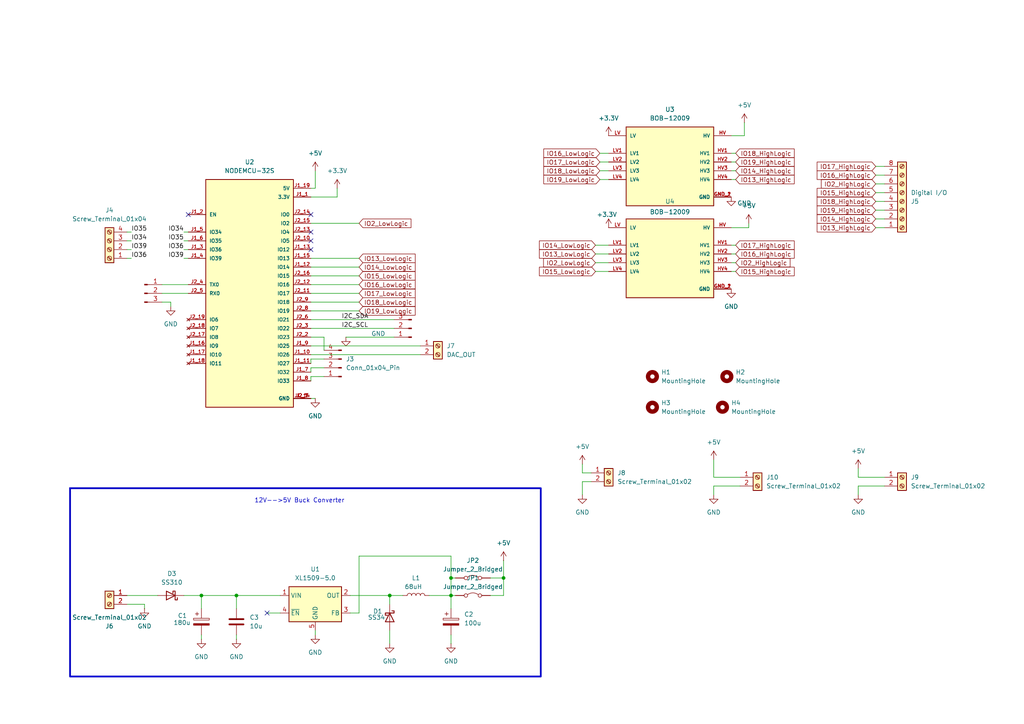
<source format=kicad_sch>
(kicad_sch (version 20250114) (generator "eeschema") (generator_version "9.0")
  (paper "A4")
  (lib_symbols
    (symbol "Connector:Conn_01x03_Pin" (pin_names (offset 1.016) (hide yes))
      (property "Reference" "J" (at 0 5.08 0))
      (property "Value" "Conn_01x03_Pin" (at 0 -5.08 0))
      (symbol "Conn_01x03_Pin_1_1"
        (rectangle (start 0.8636 2.667) (end 0 2.413) (stroke (width 0.1524)) (fill (type outline)))
        (rectangle (start 0.8636 0.127) (end 0 -0.127) (stroke (width 0.1524)) (fill (type outline)))
        (rectangle (start 0.8636 -2.413) (end 0 -2.667) (stroke (width 0.1524)) (fill (type outline)))
        (polyline (pts (xy 1.27 2.54) (xy 0.8636 2.54)) (stroke (width 0.1524)))
        (polyline (pts (xy 1.27 0) (xy 0.8636 0)) (stroke (width 0.1524)))
        (polyline (pts (xy 1.27 -2.54) (xy 0.8636 -2.54)) (stroke (width 0.1524)))
        (pin passive line (at 5.08 2.54 180) (length 3.81) (name "Pin_1") (number "1"))
        (pin passive line (at 5.08 0 180) (length 3.81) (name "Pin_2") (number "2"))
        (pin passive line (at 5.08 -2.54 180) (length 3.81) (name "Pin_3") (number "3"))
      )
    )
    (symbol "Connector:Conn_01x04_Pin" (pin_names (offset 1.016) (hide yes))
      (property "Reference" "J" (at 0 5.08 0))
      (property "Value" "Conn_01x04_Pin" (at 0 -7.62 0))
      (symbol "Conn_01x04_Pin_1_1"
        (rectangle (start 0.8636 2.667) (end 0 2.413) (stroke (width 0.1524)) (fill (type outline)))
        (rectangle (start 0.8636 0.127) (end 0 -0.127) (stroke (width 0.1524)) (fill (type outline)))
        (rectangle (start 0.8636 -2.413) (end 0 -2.667) (stroke (width 0.1524)) (fill (type outline)))
        (rectangle (start 0.8636 -4.953) (end 0 -5.207) (stroke (width 0.1524)) (fill (type outline)))
        (polyline (pts (xy 1.27 2.54) (xy 0.8636 2.54)) (stroke (width 0.1524)))
        (polyline (pts (xy 1.27 0) (xy 0.8636 0)) (stroke (width 0.1524)))
        (polyline (pts (xy 1.27 -2.54) (xy 0.8636 -2.54)) (stroke (width 0.1524)))
        (polyline (pts (xy 1.27 -5.08) (xy 0.8636 -5.08)) (stroke (width 0.1524)))
        (pin passive line (at 5.08 2.54 180) (length 3.81) (name "Pin_1") (number "1"))
        (pin passive line (at 5.08 0 180) (length 3.81) (name "Pin_2") (number "2"))
        (pin passive line (at 5.08 -2.54 180) (length 3.81) (name "Pin_3") (number "3"))
        (pin passive line (at 5.08 -5.08 180) (length 3.81) (name "Pin_4") (number "4"))
      )
    )
    (symbol "Connector:Screw_Terminal_01x02" (pin_names (offset 1.016) (hide yes))
      (property "Reference" "J" (at 0 2.54 0))
      (property "Value" "Screw_Terminal_01x02" (at 0 -5.08 0))
      (symbol "Screw_Terminal_01x02_1_1"
        (rectangle (start -1.27 1.27) (end 1.27 -3.81) (stroke (width 0.254)) (fill (type background)))
        (polyline (pts (xy -0.5334 0.3302) (xy 0.3302 -0.508)) (stroke (width 0.1524)))
        (polyline (pts (xy -0.5334 -2.2098) (xy 0.3302 -3.048)) (stroke (width 0.1524)))
        (polyline (pts (xy -0.3556 0.508) (xy 0.508 -0.3302)) (stroke (width 0.1524)))
        (polyline (pts (xy -0.3556 -2.032) (xy 0.508 -2.8702)) (stroke (width 0.1524)))
        (circle (center 0 0) (radius 0.635) (stroke (width 0.1524)))
        (circle (center 0 -2.54) (radius 0.635) (stroke (width 0.1524)))
        (pin passive line (at -5.08 0 0) (length 3.81) (name "Pin_1") (number "1"))
        (pin passive line (at -5.08 -2.54 0) (length 3.81) (name "Pin_2") (number "2"))
      )
    )
    (symbol "Connector:Screw_Terminal_01x04" (pin_names (offset 1.016) (hide yes))
      (property "Reference" "J" (at 0 5.08 0))
      (property "Value" "Screw_Terminal_01x04" (at 0 -7.62 0))
      (symbol "Screw_Terminal_01x04_1_1"
        (rectangle (start -1.27 3.81) (end 1.27 -6.35) (stroke (width 0.254)) (fill (type background)))
        (polyline (pts (xy -0.5334 2.8702) (xy 0.3302 2.032)) (stroke (width 0.1524)))
        (polyline (pts (xy -0.5334 0.3302) (xy 0.3302 -0.508)) (stroke (width 0.1524)))
        (polyline (pts (xy -0.5334 -2.2098) (xy 0.3302 -3.048)) (stroke (width 0.1524)))
        (polyline (pts (xy -0.5334 -4.7498) (xy 0.3302 -5.588)) (stroke (width 0.1524)))
        (polyline (pts (xy -0.3556 3.048) (xy 0.508 2.2098)) (stroke (width 0.1524)))
        (polyline (pts (xy -0.3556 0.508) (xy 0.508 -0.3302)) (stroke (width 0.1524)))
        (polyline (pts (xy -0.3556 -2.032) (xy 0.508 -2.8702)) (stroke (width 0.1524)))
        (polyline (pts (xy -0.3556 -4.572) (xy 0.508 -5.4102)) (stroke (width 0.1524)))
        (circle (center 0 2.54) (radius 0.635) (stroke (width 0.1524)))
        (circle (center 0 0) (radius 0.635) (stroke (width 0.1524)))
        (circle (center 0 -2.54) (radius 0.635) (stroke (width 0.1524)))
        (circle (center 0 -5.08) (radius 0.635) (stroke (width 0.1524)))
        (pin passive line (at -5.08 2.54 0) (length 3.81) (name "Pin_1") (number "1"))
        (pin passive line (at -5.08 0 0) (length 3.81) (name "Pin_2") (number "2"))
        (pin passive line (at -5.08 -2.54 0) (length 3.81) (name "Pin_3") (number "3"))
        (pin passive line (at -5.08 -5.08 0) (length 3.81) (name "Pin_4") (number "4"))
      )
    )
    (symbol "Connector:Screw_Terminal_01x08" (pin_names (offset 1.016) (hide yes))
      (property "Reference" "J" (at 0 10.16 0))
      (property "Value" "Screw_Terminal_01x08" (at 0 -12.7 0))
      (symbol "Screw_Terminal_01x08_1_1"
        (rectangle (start -1.27 8.89) (end 1.27 -11.43) (stroke (width 0.254)) (fill (type background)))
        (polyline (pts (xy -0.5334 7.9502) (xy 0.3302 7.112)) (stroke (width 0.1524)))
        (polyline (pts (xy -0.5334 5.4102) (xy 0.3302 4.572)) (stroke (width 0.1524)))
        (polyline (pts (xy -0.5334 2.8702) (xy 0.3302 2.032)) (stroke (width 0.1524)))
        (polyline (pts (xy -0.5334 0.3302) (xy 0.3302 -0.508)) (stroke (width 0.1524)))
        (polyline (pts (xy -0.5334 -2.2098) (xy 0.3302 -3.048)) (stroke (width 0.1524)))
        (polyline (pts (xy -0.5334 -4.7498) (xy 0.3302 -5.588)) (stroke (width 0.1524)))
        (polyline (pts (xy -0.5334 -7.2898) (xy 0.3302 -8.128)) (stroke (width 0.1524)))
        (polyline (pts (xy -0.5334 -9.8298) (xy 0.3302 -10.668)) (stroke (width 0.1524)))
        (polyline (pts (xy -0.3556 8.128) (xy 0.508 7.2898)) (stroke (width 0.1524)))
        (polyline (pts (xy -0.3556 5.588) (xy 0.508 4.7498)) (stroke (width 0.1524)))
        (polyline (pts (xy -0.3556 3.048) (xy 0.508 2.2098)) (stroke (width 0.1524)))
        (polyline (pts (xy -0.3556 0.508) (xy 0.508 -0.3302)) (stroke (width 0.1524)))
        (polyline (pts (xy -0.3556 -2.032) (xy 0.508 -2.8702)) (stroke (width 0.1524)))
        (polyline (pts (xy -0.3556 -4.572) (xy 0.508 -5.4102)) (stroke (width 0.1524)))
        (polyline (pts (xy -0.3556 -7.112) (xy 0.508 -7.9502)) (stroke (width 0.1524)))
        (polyline (pts (xy -0.3556 -9.652) (xy 0.508 -10.4902)) (stroke (width 0.1524)))
        (circle (center 0 7.62) (radius 0.635) (stroke (width 0.1524)))
        (circle (center 0 5.08) (radius 0.635) (stroke (width 0.1524)))
        (circle (center 0 2.54) (radius 0.635) (stroke (width 0.1524)))
        (circle (center 0 0) (radius 0.635) (stroke (width 0.1524)))
        (circle (center 0 -2.54) (radius 0.635) (stroke (width 0.1524)))
        (circle (center 0 -5.08) (radius 0.635) (stroke (width 0.1524)))
        (circle (center 0 -7.62) (radius 0.635) (stroke (width 0.1524)))
        (circle (center 0 -10.16) (radius 0.635) (stroke (width 0.1524)))
        (pin passive line (at -5.08 7.62 0) (length 3.81) (name "Pin_1") (number "1"))
        (pin passive line (at -5.08 5.08 0) (length 3.81) (name "Pin_2") (number "2"))
        (pin passive line (at -5.08 2.54 0) (length 3.81) (name "Pin_3") (number "3"))
        (pin passive line (at -5.08 0 0) (length 3.81) (name "Pin_4") (number "4"))
        (pin passive line (at -5.08 -2.54 0) (length 3.81) (name "Pin_5") (number "5"))
        (pin passive line (at -5.08 -5.08 0) (length 3.81) (name "Pin_6") (number "6"))
        (pin passive line (at -5.08 -7.62 0) (length 3.81) (name "Pin_7") (number "7"))
        (pin passive line (at -5.08 -10.16 0) (length 3.81) (name "Pin_8") (number "8"))
      )
    )
    (symbol "Device:C" (pin_numbers (hide yes)) (pin_names (offset 0.254))
      (property "Reference" "C" (at 0.635 2.54 0))
      (property "Value" "C" (at 0.635 -2.54 0))
      (symbol "C_0_1"
        (polyline (pts (xy -2.032 0.762) (xy 2.032 0.762)) (stroke (width 0.508)))
        (polyline (pts (xy -2.032 -0.762) (xy 2.032 -0.762)) (stroke (width 0.508)))
      )
      (symbol "C_1_1"
        (pin passive line (at 0 3.81 270) (length 2.794) (name "~") (number "1"))
        (pin passive line (at 0 -3.81 90) (length 2.794) (name "~") (number "2"))
      )
    )
    (symbol "Device:C_Polarized" (pin_numbers (hide yes)) (pin_names (offset 0.254))
      (property "Reference" "C" (at 0.635 2.54 0))
      (property "Value" "C_Polarized" (at 0.635 -2.54 0))
      (symbol "C_Polarized_0_1"
        (rectangle (start -2.286 0.508) (end 2.286 1.016))
        (polyline (pts (xy -1.778 2.286) (xy -0.762 2.286)))
        (polyline (pts (xy -1.27 2.794) (xy -1.27 1.778)))
        (rectangle (start 2.286 -0.508) (end -2.286 -1.016) (fill (type outline)))
      )
      (symbol "C_Polarized_1_1"
        (pin passive line (at 0 3.81 270) (length 2.794) (name "~") (number "1"))
        (pin passive line (at 0 -3.81 90) (length 2.794) (name "~") (number "2"))
      )
    )
    (symbol "Device:L" (pin_numbers (hide yes)) (pin_names (offset 1.016) (hide yes))
      (property "Reference" "L" (at -1.27 0 90))
      (property "Value" "L" (at 1.905 0 90))
      (symbol "L_0_1"
        (arc (start 0 2.54) (mid 0.6323 1.905) (end 0 1.27))
        (arc (start 0 1.27) (mid 0.6323 0.635) (end 0 0))
        (arc (start 0 0) (mid 0.6323 -0.635) (end 0 -1.27))
        (arc (start 0 -1.27) (mid 0.6323 -1.905) (end 0 -2.54))
      )
      (symbol "L_1_1"
        (pin passive line (at 0 3.81 270) (length 1.27) (name "1") (number "1"))
        (pin passive line (at 0 -3.81 90) (length 1.27) (name "2") (number "2"))
      )
    )
    (symbol "Diode:SS310" (pin_numbers (hide yes)) (pin_names (offset 1.016) (hide yes))
      (property "Reference" "D" (at 0 2.54 0))
      (property "Value" "SS310" (at 0 -2.54 0))
      (symbol "SS310_0_1"
        (polyline (pts (xy -1.905 0.635) (xy -1.905 1.27) (xy -1.27 1.27) (xy -1.27 -1.27) (xy -0.635 -1.27) (xy -0.635 -0.635)) (stroke (width 0.254)))
        (polyline (pts (xy 1.27 1.27) (xy 1.27 -1.27) (xy -1.27 0) (xy 1.27 1.27)) (stroke (width 0.254)))
        (polyline (pts (xy 1.27 0) (xy -1.27 0)))
      )
      (symbol "SS310_1_1"
        (pin passive line (at -3.81 0 0) (length 2.54) (name "K") (number "1"))
        (pin passive line (at 3.81 0 180) (length 2.54) (name "A") (number "2"))
      )
    )
    (symbol "Diode:SS34" (pin_numbers (hide yes)) (pin_names (offset 1.016) (hide yes))
      (property "Reference" "D" (at 0 2.54 0))
      (property "Value" "SS34" (at 0 -2.54 0))
      (symbol "SS34_0_1"
        (polyline (pts (xy -1.905 0.635) (xy -1.905 1.27) (xy -1.27 1.27) (xy -1.27 -1.27) (xy -0.635 -1.27) (xy -0.635 -0.635)) (stroke (width 0.254)))
        (polyline (pts (xy 1.27 1.27) (xy 1.27 -1.27) (xy -1.27 0) (xy 1.27 1.27)) (stroke (width 0.254)))
        (polyline (pts (xy 1.27 0) (xy -1.27 0)))
      )
      (symbol "SS34_1_1"
        (pin passive line (at -3.81 0 0) (length 2.54) (name "K") (number "1"))
        (pin passive line (at 3.81 0 180) (length 2.54) (name "A") (number "2"))
      )
    )
    (symbol "Jumper:Jumper_2_Bridged" (pin_numbers (hide yes)) (pin_names (offset 0) (hide yes)) (exclude_from_sim yes)
      (property "Reference" "JP" (at 0 1.905 0))
      (property "Value" "Jumper_2_Bridged" (at 0 -2.54 0))
      (symbol "Jumper_2_Bridged_0_0"
        (circle (center -2.032 0) (radius 0.508))
        (circle (center 2.032 0) (radius 0.508))
      )
      (symbol "Jumper_2_Bridged_0_1"
        (arc (start -1.524 0.254) (mid 0 0.762) (end 1.524 0.254))
      )
      (symbol "Jumper_2_Bridged_1_1"
        (pin passive line (at -5.08 0 0) (length 2.54) (name "A") (number "1"))
        (pin passive line (at 5.08 0 180) (length 2.54) (name "B") (number "2"))
      )
    )
    (symbol "LibMain:BOB-12009" (pin_names (offset 1.016))
      (property "Reference" "U" (at -12.7 11.43 0))
      (property "Value" "BOB-12009" (at -12.7 -15.24 0))
      (symbol "BOB-12009_0_0"
        (rectangle (start -12.7 -12.7) (end 12.7 10.16) (stroke (width 0.254)) (fill (type background)))
        (pin bidirectional line (at -17.78 7.62 0) (length 5.08) (name "LV") (number "LV"))
        (pin bidirectional line (at -17.78 2.54 0) (length 5.08) (name "LV1") (number "LV1"))
        (pin bidirectional line (at -17.78 0 0) (length 5.08) (name "LV2") (number "LV2"))
        (pin bidirectional line (at -17.78 -2.54 0) (length 5.08) (name "LV3") (number "LV3"))
        (pin bidirectional line (at -17.78 -5.08 0) (length 5.08) (name "LV4") (number "LV4"))
        (pin bidirectional line (at 17.78 7.62 180) (length 5.08) (name "HV") (number "HV"))
        (pin bidirectional line (at 17.78 2.54 180) (length 5.08) (name "HV1") (number "HV1"))
        (pin bidirectional line (at 17.78 0 180) (length 5.08) (name "HV2") (number "HV2"))
        (pin bidirectional line (at 17.78 -2.54 180) (length 5.08) (name "HV3") (number "HV3"))
        (pin bidirectional line (at 17.78 -5.08 180) (length 5.08) (name "HV4") (number "HV4"))
        (pin power_in line (at 17.78 -10.16 180) (length 5.08) (name "GND") (number "GND_1"))
        (pin power_in line (at 17.78 -10.16 180) (length 5.08) (name "GND") (number "GND_2"))
      )
    )
    (symbol "LibMain:NODEMCU-32S" (pin_names (offset 1.016))
      (property "Reference" "U" (at -12.7 33.782 0))
      (property "Value" "NODEMCU-32S" (at -12.7 -35.56 0))
      (symbol "NODEMCU-32S_0_0"
        (rectangle (start -12.7 -33.02) (end 12.7 33.02) (stroke (width 0.254)) (fill (type background)))
        (pin input line (at -17.78 22.86 0) (length 5.08) (name "EN") (number "J1_2"))
        (pin input line (at -17.78 17.78 0) (length 5.08) (name "IO34") (number "J1_5"))
        (pin input line (at -17.78 15.24 0) (length 5.08) (name "IO35") (number "J1_6"))
        (pin input line (at -17.78 12.7 0) (length 5.08) (name "IO36") (number "J1_3"))
        (pin input line (at -17.78 10.16 0) (length 5.08) (name "IO39") (number "J1_4"))
        (pin bidirectional line (at -17.78 2.54 0) (length 5.08) (name "TX0") (number "J2_4"))
        (pin bidirectional line (at -17.78 0 0) (length 5.08) (name "RX0") (number "J2_5"))
        (pin no_connect line (at -17.78 -7.62 0) (length 5.08) (name "IO6") (number "J2_19"))
        (pin no_connect line (at -17.78 -10.16 0) (length 5.08) (name "IO7") (number "J2_18"))
        (pin no_connect line (at -17.78 -12.7 0) (length 5.08) (name "IO8") (number "J2_17"))
        (pin no_connect line (at -17.78 -15.24 0) (length 5.08) (name "IO9") (number "J1_16"))
        (pin no_connect line (at -17.78 -17.78 0) (length 5.08) (name "IO10") (number "J1_17"))
        (pin no_connect line (at -17.78 -20.32 0) (length 5.08) (name "IO11") (number "J1_18"))
        (pin power_in line (at 17.78 30.48 180) (length 5.08) (name "5V") (number "J1_19"))
        (pin power_in line (at 17.78 27.94 180) (length 5.08) (name "3.3V") (number "J1_1"))
        (pin bidirectional line (at 17.78 22.86 180) (length 5.08) (name "IO0") (number "J2_14"))
        (pin bidirectional line (at 17.78 20.32 180) (length 5.08) (name "IO2") (number "J2_15"))
        (pin bidirectional line (at 17.78 17.78 180) (length 5.08) (name "IO4") (number "J2_13"))
        (pin bidirectional line (at 17.78 15.24 180) (length 5.08) (name "IO5") (number "J2_10"))
        (pin bidirectional line (at 17.78 12.7 180) (length 5.08) (name "IO12") (number "J1_13"))
        (pin bidirectional line (at 17.78 10.16 180) (length 5.08) (name "IO13") (number "J1_15"))
        (pin bidirectional line (at 17.78 7.62 180) (length 5.08) (name "IO14") (number "J1_12"))
        (pin bidirectional line (at 17.78 5.08 180) (length 5.08) (name "IO15") (number "J2_16"))
        (pin bidirectional line (at 17.78 2.54 180) (length 5.08) (name "IO16") (number "J2_12"))
        (pin bidirectional line (at 17.78 0 180) (length 5.08) (name "IO17") (number "J2_11"))
        (pin bidirectional line (at 17.78 -2.54 180) (length 5.08) (name "IO18") (number "J2_9"))
        (pin bidirectional line (at 17.78 -5.08 180) (length 5.08) (name "IO19") (number "J2_8"))
        (pin bidirectional line (at 17.78 -7.62 180) (length 5.08) (name "IO21") (number "J2_6"))
        (pin bidirectional line (at 17.78 -10.16 180) (length 5.08) (name "IO22") (number "J2_3"))
        (pin bidirectional line (at 17.78 -12.7 180) (length 5.08) (name "IO23") (number "J2_2"))
        (pin bidirectional line (at 17.78 -15.24 180) (length 5.08) (name "IO25") (number "J1_9"))
        (pin bidirectional line (at 17.78 -17.78 180) (length 5.08) (name "IO26") (number "J1_10"))
        (pin bidirectional line (at 17.78 -20.32 180) (length 5.08) (name "IO27") (number "J1_11"))
        (pin bidirectional line (at 17.78 -22.86 180) (length 5.08) (name "IO32") (number "J1_7"))
        (pin bidirectional line (at 17.78 -25.4 180) (length 5.08) (name "IO33") (number "J1_8"))
        (pin power_in line (at 17.78 -30.48 180) (length 5.08) (name "GND") (number "J1_14"))
        (pin power_in line (at 17.78 -30.48 180) (length 5.08) (name "GND") (number "J2_1"))
        (pin power_in line (at 17.78 -30.48 180) (length 5.08) (name "GND") (number "J2_7"))
      )
    )
    (symbol "Mechanical:MountingHole" (pin_names (offset 1.016)) (exclude_from_sim yes) (in_bom no)
      (property "Reference" "H" (at 0 5.08 0))
      (property "Value" "MountingHole" (at 0 3.175 0))
      (symbol "MountingHole_0_1"
        (circle (center 0 0) (radius 1.27) (stroke (width 1.27)))
      )
    )
    (symbol "Regulator_Switching:XL1509-5.0"
      (property "Reference" "U" (at -7.112 6.096 0))
      (property "Value" "XL1509-5.0" (at 5.842 6.096 0))
      (symbol "XL1509-5.0_0_1"
        (rectangle (start -7.62 5.08) (end 7.62 -5.08) (stroke (width 0.254)) (fill (type background)))
      )
      (symbol "XL1509-5.0_1_1"
        (pin power_in line (at -10.16 2.54 0) (length 2.54) (name "VIN") (number "1"))
        (pin input line (at -10.16 -2.54 0) (length 2.54) (name "~{EN}") (number "4"))
        (pin power_in line (at 0 -7.62 90) (length 2.54) (name "GND") (number "5"))
        (pin passive line (at 0 -7.62 90) (length 2.54) (hide yes) (name "GND") (number "6"))
        (pin passive line (at 0 -7.62 90) (length 2.54) (hide yes) (name "GND") (number "7"))
        (pin passive line (at 0 -7.62 90) (length 2.54) (hide yes) (name "GND") (number "8"))
        (pin power_out line (at 10.16 2.54 180) (length 2.54) (name "OUT") (number "2"))
        (pin input line (at 10.16 -2.54 180) (length 2.54) (name "FB") (number "3"))
      )
    )
    (symbol "power:+5V" (power) (pin_numbers (hide yes)) (pin_names (offset 0) (hide yes))
      (property "Value" "+5V" (at 0 3.556 0))
      (symbol "+5V_0_1"
        (polyline (pts (xy -0.762 1.27) (xy 0 2.54)))
        (polyline (pts (xy 0 2.54) (xy 0.762 1.27)))
        (polyline (pts (xy 0 0) (xy 0 2.54)))
      )
      (symbol "+5V_1_1"
        (pin power_in line (at 0 0 90) (length 0) (name "~") (number "1"))
      )
    )
    (symbol "power:GND" (power) (pin_numbers (hide yes)) (pin_names (offset 0) (hide yes))
      (property "Value" "GND" (at 0 -3.81 0))
      (symbol "GND_0_1"
        (polyline (pts (xy 0 0) (xy 0 -1.27) (xy 1.27 -1.27) (xy 0 -2.54) (xy -1.27 -1.27) (xy 0 -1.27)))
      )
      (symbol "GND_1_1"
        (pin power_in line (at 0 0 270) (length 0) (name "~") (number "1"))
      )
    )
  )
  (rectangle (start 20.32 141.605) (end 156.845 196.215) (stroke (width 0.508)))
  (text "12V-->5V Buck Converter" (at 86.868 145.288 0) (effects (font (size 1.27 1.27))))
  (junction (at 130.81 167.64))
  (junction (at 58.42 172.72))
  (junction (at 113.03 172.72))
  (junction (at 130.81 172.72))
  (junction (at 146.05 167.64))
  (junction (at 68.58 172.72))
  (no_connect (at 77.47 177.8))
  (no_connect (at 90.17 62.23))
  (no_connect (at 90.17 67.31))
  (no_connect (at 54.61 62.23))
  (no_connect (at 90.17 69.85))
  (no_connect (at 90.17 72.39))
  (wire (pts (xy 91.44 182.88) (xy 91.44 184.15)))
  (wire (pts (xy 212.09 44.45) (xy 213.36 44.45)))
  (wire (pts (xy 46.99 82.55) (xy 54.61 82.55)))
  (wire (pts (xy 173.99 46.99) (xy 176.53 46.99)))
  (wire (pts (xy 113.03 182.88) (xy 113.03 186.69)))
  (wire (pts (xy 116.84 172.72) (xy 113.03 172.72)))
  (wire (pts (xy 146.05 167.64) (xy 146.05 172.72)))
  (wire (pts (xy 254 55.88) (xy 256.54 55.88)))
  (wire (pts (xy 68.58 172.72) (xy 81.28 172.72)))
  (wire (pts (xy 212.09 71.12) (xy 213.36 71.12)))
  (wire (pts (xy 36.83 74.93) (xy 38.1 74.93)))
  (wire (pts (xy 168.91 143.51) (xy 168.91 139.7)))
  (wire (pts (xy 97.79 54.61) (xy 97.79 57.15)))
  (wire (pts (xy 130.81 172.72) (xy 132.08 172.72)))
  (wire (pts (xy 53.34 67.31) (xy 54.61 67.31)))
  (wire (pts (xy 97.79 57.15) (xy 90.17 57.15)))
  (wire (pts (xy 90.17 82.55) (xy 104.14 82.55)))
  (wire (pts (xy 113.03 175.26) (xy 113.03 172.72)))
  (wire (pts (xy 53.34 72.39) (xy 54.61 72.39)))
  (wire (pts (xy 212.09 39.37) (xy 215.9 39.37)))
  (wire (pts (xy 90.17 80.01) (xy 104.14 80.01)))
  (wire (pts (xy 207.01 138.43) (xy 214.63 138.43)))
  (wire (pts (xy 58.42 184.15) (xy 58.42 185.42)))
  (wire (pts (xy 172.72 73.66) (xy 176.53 73.66)))
  (wire (pts (xy 90.17 109.22) (xy 90.17 110.49)))
  (wire (pts (xy 101.6 172.72) (xy 113.03 172.72)))
  (wire (pts (xy 173.99 52.07) (xy 176.53 52.07)))
  (wire (pts (xy 90.17 90.17) (xy 104.14 90.17)))
  (wire (pts (xy 212.09 66.04) (xy 217.17 66.04)))
  (wire (pts (xy 172.72 78.74) (xy 176.53 78.74)))
  (wire (pts (xy 172.72 71.12) (xy 176.53 71.12)))
  (wire (pts (xy 142.24 167.64) (xy 146.05 167.64)))
  (wire (pts (xy 104.14 177.8) (xy 104.14 161.29)))
  (wire (pts (xy 90.17 102.87) (xy 121.92 102.87)))
  (wire (pts (xy 168.91 134.62) (xy 168.91 137.16)))
  (wire (pts (xy 168.91 139.7) (xy 171.45 139.7)))
  (wire (pts (xy 212.09 52.07) (xy 213.36 52.07)))
  (wire (pts (xy 217.17 64.77) (xy 217.17 66.04)))
  (wire (pts (xy 49.53 87.63) (xy 49.53 88.9)))
  (wire (pts (xy 91.44 54.61) (xy 90.17 54.61)))
  (wire (pts (xy 172.72 76.2) (xy 176.53 76.2)))
  (wire (pts (xy 90.17 97.79) (xy 93.98 97.79)))
  (wire (pts (xy 130.81 167.64) (xy 130.81 172.72)))
  (wire (pts (xy 68.58 184.15) (xy 68.58 185.42)))
  (wire (pts (xy 36.83 69.85) (xy 38.1 69.85)))
  (wire (pts (xy 168.91 137.16) (xy 171.45 137.16)))
  (wire (pts (xy 36.83 172.72) (xy 45.72 172.72)))
  (wire (pts (xy 90.17 74.93) (xy 104.14 74.93)))
  (wire (pts (xy 104.14 161.29) (xy 130.81 161.29)))
  (wire (pts (xy 212.09 73.66) (xy 213.36 73.66)))
  (wire (pts (xy 254 53.34) (xy 256.54 53.34)))
  (wire (pts (xy 130.81 167.64) (xy 132.08 167.64)))
  (wire (pts (xy 212.09 46.99) (xy 213.36 46.99)))
  (wire (pts (xy 254 60.96) (xy 256.54 60.96)))
  (wire (pts (xy 248.92 143.51) (xy 248.92 140.97)))
  (wire (pts (xy 212.09 78.74) (xy 213.36 78.74)))
  (wire (pts (xy 90.17 85.09) (xy 104.14 85.09)))
  (wire (pts (xy 90.17 107.95) (xy 90.17 106.68)))
  (wire (pts (xy 254 50.8) (xy 256.54 50.8)))
  (wire (pts (xy 130.81 176.53) (xy 130.81 172.72)))
  (wire (pts (xy 53.34 74.93) (xy 54.61 74.93)))
  (wire (pts (xy 58.42 172.72) (xy 68.58 172.72)))
  (wire (pts (xy 146.05 162.56) (xy 146.05 167.64)))
  (wire (pts (xy 248.92 135.89) (xy 248.92 138.43)))
  (wire (pts (xy 77.47 177.8) (xy 81.28 177.8)))
  (wire (pts (xy 68.58 172.72) (xy 68.58 176.53)))
  (wire (pts (xy 207.01 143.51) (xy 207.01 140.97)))
  (wire (pts (xy 90.17 92.71) (xy 114.3 92.71)))
  (wire (pts (xy 142.24 172.72) (xy 146.05 172.72)))
  (wire (pts (xy 58.42 176.53) (xy 58.42 172.72)))
  (wire (pts (xy 130.81 161.29) (xy 130.81 167.64)))
  (wire (pts (xy 90.17 104.14) (xy 93.98 104.14)))
  (wire (pts (xy 207.01 133.35) (xy 207.01 138.43)))
  (wire (pts (xy 248.92 140.97) (xy 256.54 140.97)))
  (wire (pts (xy 90.17 100.33) (xy 121.92 100.33)))
  (wire (pts (xy 254 58.42) (xy 256.54 58.42)))
  (wire (pts (xy 215.9 35.56) (xy 215.9 39.37)))
  (wire (pts (xy 90.17 105.41) (xy 90.17 104.14)))
  (wire (pts (xy 90.17 106.68) (xy 93.98 106.68)))
  (wire (pts (xy 173.99 49.53) (xy 176.53 49.53)))
  (wire (pts (xy 41.91 175.26) (xy 41.91 176.53)))
  (wire (pts (xy 254 48.26) (xy 256.54 48.26)))
  (wire (pts (xy 90.17 115.57) (xy 91.44 115.57)))
  (wire (pts (xy 90.17 64.77) (xy 104.14 64.77)))
  (wire (pts (xy 100.33 97.79) (xy 114.3 97.79)))
  (wire (pts (xy 36.83 72.39) (xy 38.1 72.39)))
  (wire (pts (xy 173.99 44.45) (xy 176.53 44.45)))
  (wire (pts (xy 90.17 95.25) (xy 114.3 95.25)))
  (wire (pts (xy 130.81 172.72) (xy 124.46 172.72)))
  (wire (pts (xy 207.01 140.97) (xy 214.63 140.97)))
  (wire (pts (xy 254 66.04) (xy 256.54 66.04)))
  (wire (pts (xy 93.98 101.6) (xy 93.98 97.79)))
  (wire (pts (xy 53.34 69.85) (xy 54.61 69.85)))
  (wire (pts (xy 254 63.5) (xy 256.54 63.5)))
  (wire (pts (xy 130.81 184.15) (xy 130.81 186.69)))
  (wire (pts (xy 212.09 76.2) (xy 213.36 76.2)))
  (wire (pts (xy 46.99 85.09) (xy 54.61 85.09)))
  (wire (pts (xy 248.92 138.43) (xy 256.54 138.43)))
  (wire (pts (xy 36.83 67.31) (xy 38.1 67.31)))
  (wire (pts (xy 46.99 87.63) (xy 49.53 87.63)))
  (wire (pts (xy 93.98 109.22) (xy 90.17 109.22)))
  (wire (pts (xy 36.83 175.26) (xy 41.91 175.26)))
  (wire (pts (xy 90.17 77.47) (xy 104.14 77.47)))
  (wire (pts (xy 101.6 177.8) (xy 104.14 177.8)))
  (wire (pts (xy 91.44 49.53) (xy 91.44 54.61)))
  (wire (pts (xy 53.34 172.72) (xy 58.42 172.72)))
  (wire (pts (xy 90.17 87.63) (xy 104.14 87.63)))
  (wire (pts (xy 212.09 49.53) (xy 213.36 49.53)))
  (label "IO39" (at 53.34 74.93 180))
  (label "IO34" (at 38.1 69.85 0))
  (label "IO34" (at 53.34 67.31 180))
  (label "I2C_SDA" (at 99.06 92.71 0))
  (label "IO36" (at 53.34 72.39 180))
  (label "I2C_SCL" (at 99.06 95.25 0))
  (label "IO35" (at 53.34 69.85 180))
  (label "IO36" (at 38.1 74.93 0))
  (label "IO39" (at 38.1 72.39 0))
  (label "IO35" (at 38.1 67.31 0))
  (global_label "IO16_HighLogic" (shape input) (at 213.36 73.66 0) (property "Intersheetrefs" "${INTERSHEET_REFS}" (effects (hide yes))))
  (global_label "IO19_LowLogic" (shape input) (at 104.14 90.17 0) (property "Intersheetrefs" "${INTERSHEET_REFS}" (effects (hide yes))))
  (global_label "IO13_LowLogic" (shape input) (at 172.72 73.66 180) (property "Intersheetrefs" "${INTERSHEET_REFS}" (effects (hide yes))))
  (global_label "IO15_LowLogic" (shape input) (at 172.72 78.74 180) (property "Intersheetrefs" "${INTERSHEET_REFS}" (effects (hide yes))))
  (global_label "IO2_LowLogic" (shape input) (at 104.14 64.77 0) (property "Intersheetrefs" "${INTERSHEET_REFS}" (effects (hide yes))))
  (global_label "IO14_LowLogic" (shape input) (at 104.14 77.47 0) (property "Intersheetrefs" "${INTERSHEET_REFS}" (effects (hide yes))))
  (global_label "IO18_HighLogic" (shape input) (at 254 58.42 180) (property "Intersheetrefs" "${INTERSHEET_REFS}" (effects (hide yes))))
  (global_label "IO13_LowLogic" (shape input) (at 104.14 74.93 0) (property "Intersheetrefs" "${INTERSHEET_REFS}" (effects (hide yes))))
  (global_label "IO14_HighLogic" (shape input) (at 254 63.5 180) (property "Intersheetrefs" "${INTERSHEET_REFS}" (effects (hide yes))))
  (global_label "IO15_HighLogic" (shape input) (at 254 55.88 180) (property "Intersheetrefs" "${INTERSHEET_REFS}" (effects (hide yes))))
  (global_label "IO19_HighLogic" (shape input) (at 213.36 46.99 0) (property "Intersheetrefs" "${INTERSHEET_REFS}" (effects (hide yes))))
  (global_label "IO17_LowLogic" (shape input) (at 104.14 85.09 0) (property "Intersheetrefs" "${INTERSHEET_REFS}" (effects (hide yes))))
  (global_label "IO2_HighLogic" (shape input) (at 213.36 76.2 0) (property "Intersheetrefs" "${INTERSHEET_REFS}" (effects (hide yes))))
  (global_label "IO15_LowLogic" (shape input) (at 104.14 80.01 0) (property "Intersheetrefs" "${INTERSHEET_REFS}" (effects (hide yes))))
  (global_label "IO19_LowLogic" (shape input) (at 173.99 52.07 180) (property "Intersheetrefs" "${INTERSHEET_REFS}" (effects (hide yes))))
  (global_label "IO14_LowLogic" (shape input) (at 172.72 71.12 180) (property "Intersheetrefs" "${INTERSHEET_REFS}" (effects (hide yes))))
  (global_label "IO16_LowLogic" (shape input) (at 104.14 82.55 0) (property "Intersheetrefs" "${INTERSHEET_REFS}" (effects (hide yes))))
  (global_label "IO18_HighLogic" (shape input) (at 213.36 44.45 0) (property "Intersheetrefs" "${INTERSHEET_REFS}" (effects (hide yes))))
  (global_label "IO13_HighLogic" (shape input) (at 254 66.04 180) (property "Intersheetrefs" "${INTERSHEET_REFS}" (effects (hide yes))))
  (global_label "IO17_HighLogic" (shape input) (at 213.36 71.12 0) (property "Intersheetrefs" "${INTERSHEET_REFS}" (effects (hide yes))))
  (global_label "IO19_HighLogic" (shape input) (at 254 60.96 180) (property "Intersheetrefs" "${INTERSHEET_REFS}" (effects (hide yes))))
  (global_label "IO17_LowLogic" (shape input) (at 173.99 46.99 180) (property "Intersheetrefs" "${INTERSHEET_REFS}" (effects (hide yes))))
  (global_label "IO13_HighLogic" (shape input) (at 213.36 52.07 0) (property "Intersheetrefs" "${INTERSHEET_REFS}" (effects (hide yes))))
  (global_label "IO2_HighLogic" (shape input) (at 254 53.34 180) (property "Intersheetrefs" "${INTERSHEET_REFS}" (effects (hide yes))))
  (global_label "IO18_LowLogic" (shape input) (at 104.14 87.63 0) (property "Intersheetrefs" "${INTERSHEET_REFS}" (effects (hide yes))))
  (global_label "IO16_HighLogic" (shape input) (at 254 50.8 180) (property "Intersheetrefs" "${INTERSHEET_REFS}" (effects (hide yes))))
  (global_label "IO16_LowLogic" (shape input) (at 173.99 44.45 180) (property "Intersheetrefs" "${INTERSHEET_REFS}" (effects (hide yes))))
  (global_label "IO17_HighLogic" (shape input) (at 254 48.26 180) (property "Intersheetrefs" "${INTERSHEET_REFS}" (effects (hide yes))))
  (global_label "IO15_HighLogic" (shape input) (at 213.36 78.74 0) (property "Intersheetrefs" "${INTERSHEET_REFS}" (effects (hide yes))))
  (global_label "IO2_LowLogic" (shape input) (at 172.72 76.2 180) (property "Intersheetrefs" "${INTERSHEET_REFS}" (effects (hide yes))))
  (global_label "IO18_LowLogic" (shape input) (at 173.99 49.53 180) (property "Intersheetrefs" "${INTERSHEET_REFS}" (effects (hide yes))))
  (global_label "IO14_HighLogic" (shape input) (at 213.36 49.53 0) (property "Intersheetrefs" "${INTERSHEET_REFS}" (effects (hide yes))))
  (symbol (lib_id "Connector:Screw_Terminal_01x02") (at 261.62 138.43 0) (unit 1)
    (property "Reference" "J9" (at 264.16 138.4299 0) (effects (justify left)))
    (property "Value" "Screw_Terminal_01x02" (at 264.16 140.9699 0) (effects (justify left)))
    (property "Footprint" "TerminalBlock_Phoenix:TerminalBlock_Phoenix_PT-1,5-2-3.5-H_1x02_P3.50mm_Horizontal" (effects (hide yes)))
    (property "Description" "Generic screw terminal, single row, 01x02, script generated (kicad-library-utils/schlib/autogen/connector/)" (effects (hide yes)))
  )
  (symbol (lib_id "Diode:SS34") (at 113.03 179.07 270) (unit 1)
    (property "Reference" "D1" (at 108.204 177.292 90) (effects (justify left)))
    (property "Value" "SS34" (at 106.68 179.07 90) (effects (justify left)))
    (property "Footprint" "Diode_SMD:D_SMA" (effects (hide yes)))
    (property "Datasheet" "https://www.vishay.com/docs/88751/ss32.pdf" (effects (hide yes)))
    (property "Description" "40V 3A Schottky Diode, SMA" (effects (hide yes)))
  )
  (symbol (lib_id "Mechanical:MountingHole") (at 209.55 118.11 0) (unit 1) (exclude_from_sim yes) (in_bom no)
    (property "Reference" "H4" (at 212.09 116.8399 0) (effects (justify left)))
    (property "Value" "MountingHole" (at 212.09 119.3799 0) (effects (justify left)))
    (property "Footprint" "MountingHole:MountingHole_3.2mm_M3" (effects (hide yes)))
    (property "Description" "Mounting Hole without connection" (effects (hide yes)))
  )
  (symbol (lib_id "power:+5V") (at 97.79 54.61 0) (unit 1)
    (property "Reference" "#PWR014" (effects (hide yes)))
    (property "Value" "+3.3V" (at 97.79 49.53 0))
    (property "Description" "Power symbol creates a global label with name \"+5V\"" (effects (hide yes)))
  )
  (symbol (lib_id "Diode:SS310") (at 49.53 172.72 180) (unit 1)
    (property "Reference" "D3" (at 49.8475 166.37 0))
    (property "Value" "SS310" (at 49.8475 168.91 0))
    (property "Footprint" "Diode_SMD:D_SMA" (effects (hide yes)))
    (property "Datasheet" "https://www.microdiode.com/uploadfiles//PDF/SS32-THRU-SS3200-SMA.pdf" (effects (hide yes)))
    (property "Description" "100V 3A Schottky Diode, SMA" (effects (hide yes)))
  )
  (symbol (lib_id "power:+5V") (at 215.9 35.56 0) (unit 1)
    (property "Reference" "#PWR016" (effects (hide yes)))
    (property "Value" "+5V" (at 215.9 30.48 0))
    (property "Description" "Power symbol creates a global label with name \"+5V\"" (effects (hide yes)))
  )
  (symbol (lib_id "power:GND") (at 212.09 83.82 0) (unit 1)
    (property "Reference" "#PWR04" (effects (hide yes)))
    (property "Value" "GND" (at 212.09 88.9 0))
    (property "Description" "Power symbol creates a global label with name \"GND\" , ground" (effects (hide yes)))
  )
  (symbol (lib_id "power:GND") (at 49.53 88.9 0) (unit 1)
    (property "Reference" "#PWR018" (effects (hide yes)))
    (property "Value" "GND" (at 49.53 93.98 0))
    (property "Description" "Power symbol creates a global label with name \"GND\" , ground" (effects (hide yes)))
  )
  (symbol (lib_id "power:GND") (at 130.81 186.69 0) (unit 1)
    (property "Reference" "#PWR013" (effects (hide yes)))
    (property "Value" "GND" (at 130.81 191.77 0))
    (property "Description" "Power symbol creates a global label with name \"GND\" , ground" (effects (hide yes)))
  )
  (symbol (lib_id "Device:C") (at 68.58 180.34 0) (unit 1)
    (property "Reference" "C3" (at 72.39 179.0699 0) (effects (justify left)))
    (property "Value" "10u" (at 72.39 181.6099 0) (effects (justify left)))
    (property "Footprint" "Capacitor_SMD:C_1206_3216Metric_Pad1.33x1.80mm_HandSolder" (effects (hide yes)))
    (property "Description" "Unpolarized capacitor" (effects (hide yes)))
  )
  (symbol (lib_id "power:+5V") (at 176.53 39.37 0) (unit 1)
    (property "Reference" "#PWR08" (effects (hide yes)))
    (property "Value" "+3.3V" (at 176.53 34.29 0))
    (property "Description" "Power symbol creates a global label with name \"+5V\"" (effects (hide yes)))
  )
  (symbol (lib_id "power:GND") (at 248.92 143.51 0) (unit 1)
    (property "Reference" "#PWR021" (effects (hide yes)))
    (property "Value" "GND" (at 248.92 148.59 0))
    (property "Description" "Power symbol creates a global label with name \"GND\" , ground" (effects (hide yes)))
  )
  (symbol (lib_id "Connector:Screw_Terminal_01x02") (at 176.53 137.16 0) (unit 1)
    (property "Reference" "J8" (at 179.07 137.1599 0) (effects (justify left)))
    (property "Value" "Screw_Terminal_01x02" (at 179.07 139.6999 0) (effects (justify left)))
    (property "Footprint" "TerminalBlock_Phoenix:TerminalBlock_Phoenix_PT-1,5-2-3.5-H_1x02_P3.50mm_Horizontal" (effects (hide yes)))
    (property "Description" "Generic screw terminal, single row, 01x02, script generated (kicad-library-utils/schlib/autogen/connector/)" (effects (hide yes)))
  )
  (symbol (lib_id "LibMain:BOB-12009") (at 194.31 46.99 0) (unit 1)
    (property "Reference" "U3" (at 194.31 31.75 0))
    (property "Value" "BOB-12009" (at 194.31 34.29 0))
    (property "Footprint" "LibMain:CONV_BOB-12009" (effects (hide yes)))
    (property "MF" "SparkFun" (effects (hide yes)))
    (property "MAXIMUM_PACKAGE_HEIGHT" "N/A" (effects (hide yes)))
    (property "Package" "None" (effects (hide yes)))
    (property "Price" "None" (effects (hide yes)))
    (property "Check_prices" "https://www.snapeda.com/parts/BOB-12009/SparkFun/view-part/?ref=eda" (effects (hide yes)))
    (property "STANDARD" "Manufacturer Recommendations" (effects (hide yes)))
    (property "PARTREV" "01" (effects (hide yes)))
    (property "SnapEDA_Link" "https://www.snapeda.com/parts/BOB-12009/SparkFun/view-part/?ref=snap" (effects (hide yes)))
    (property "MP" "BOB-12009" (effects (hide yes)))
    (property "Description_1" "BSS138 - Logic-Level Translator Interface Evaluation Board" (effects (hide yes)))
    (property "Availability" "In Stock" (effects (hide yes)))
    (property "MANUFACTURER" "SparkFun Electronics" (effects (hide yes)))
  )
  (symbol (lib_id "Connector:Conn_01x04_Pin") (at 99.06 106.68 180) (unit 1)
    (property "Reference" "J3" (at 100.33 104.1399 0) (effects (justify right)))
    (property "Value" "Conn_01x04_Pin" (at 100.33 106.6799 0) (effects (justify right)))
    (property "Footprint" "Connector_PinHeader_2.54mm:PinHeader_1x04_P2.54mm_Vertical" (effects (hide yes)))
    (property "Description" "Generic connector, single row, 01x04, script generated" (effects (hide yes)))
  )
  (symbol (lib_id "power:+5V") (at 168.91 134.62 0) (unit 1)
    (property "Reference" "#PWR024" (effects (hide yes)))
    (property "Value" "+5V" (at 168.91 129.54 0))
    (property "Description" "Power symbol creates a global label with name \"+5V\"" (effects (hide yes)))
  )
  (symbol (lib_id "Regulator_Switching:XL1509-5.0") (at 91.44 175.26 0) (unit 1)
    (property "Reference" "U1" (at 91.44 165.1 0))
    (property "Value" "XL1509-5.0" (at 91.44 167.64 0))
    (property "Footprint" "Package_SO:SOIC-8_3.9x4.9mm_P1.27mm" (effects (hide yes)))
    (property "Datasheet" "https://datasheet.lcsc.com/lcsc/1809050422_XLSEMI-XL1509-5-0E1_C61063.pdf" (effects (hide yes)))
    (property "Description" "Buck DC/DC Converter, 2A, 5V Output Voltage, 7-40V Input Voltage" (effects (hide yes)))
  )
  (symbol (lib_id "Mechanical:MountingHole") (at 189.23 118.11 0) (unit 1) (exclude_from_sim yes) (in_bom no)
    (property "Reference" "H3" (at 191.77 116.8399 0) (effects (justify left)))
    (property "Value" "MountingHole" (at 191.77 119.3799 0) (effects (justify left)))
    (property "Footprint" "MountingHole:MountingHole_3.2mm_M3" (effects (hide yes)))
    (property "Description" "Mounting Hole without connection" (effects (hide yes)))
  )
  (symbol (lib_id "Connector:Screw_Terminal_01x02") (at 31.75 172.72 0) (mirror y) (unit 1)
    (property "Reference" "J6" (at 31.75 181.61 0))
    (property "Value" "Screw_Terminal_01x02" (at 31.75 179.07 0))
    (property "Footprint" "TerminalBlock_Phoenix:TerminalBlock_Phoenix_PT-1,5-2-3.5-H_1x02_P3.50mm_Horizontal" (effects (hide yes)))
    (property "Description" "Generic screw terminal, single row, 01x02, script generated (kicad-library-utils/schlib/autogen/connector/)" (effects (hide yes)))
  )
  (symbol (lib_id "Device:L") (at 120.65 172.72 90) (unit 1)
    (property "Reference" "L1" (at 120.65 167.64 90))
    (property "Value" "68uH" (at 119.888 170.18 90))
    (property "Footprint" "EasyEDA:IND-SMD_L7.1-W6.6_H5.0" (effects (hide yes)))
    (property "Description" "Inductor" (effects (hide yes)))
  )
  (symbol (lib_id "power:GND") (at 41.91 176.53 0) (unit 1)
    (property "Reference" "#PWR012" (effects (hide yes)))
    (property "Value" "GND" (at 41.91 181.61 0))
    (property "Description" "Power symbol creates a global label with name \"GND\" , ground" (effects (hide yes)))
  )
  (symbol (lib_id "power:+5V") (at 248.92 135.89 0) (unit 1)
    (property "Reference" "#PWR06" (effects (hide yes)))
    (property "Value" "+5V" (at 248.92 130.81 0))
    (property "Description" "Power symbol creates a global label with name \"+5V\"" (effects (hide yes)))
  )
  (symbol (lib_id "Connector:Screw_Terminal_01x04") (at 31.75 72.39 180) (unit 1)
    (property "Reference" "J4" (at 31.75 60.96 0))
    (property "Value" "Screw_Terminal_01x04" (at 31.75 63.5 0))
    (property "Footprint" "TerminalBlock_Phoenix:TerminalBlock_Phoenix_PT-1,5-4-3.5-H_1x04_P3.50mm_Horizontal" (effects (hide yes)))
    (property "Description" "Generic screw terminal, single row, 01x04, script generated (kicad-library-utils/schlib/autogen/connector/)" (effects (hide yes)))
  )
  (symbol (lib_id "Device:C_Polarized") (at 130.81 180.34 0) (unit 1)
    (property "Reference" "C2" (at 134.62 178.1809 0) (effects (justify left)))
    (property "Value" "100u" (at 134.62 180.7209 0) (effects (justify left)))
    (property "Footprint" "Capacitor_THT:CP_Radial_D7.5mm_P2.50mm" (effects (hide yes)))
    (property "Description" "Polarized capacitor" (effects (hide yes)))
  )
  (symbol (lib_id "power:GND") (at 91.44 184.15 0) (unit 1)
    (property "Reference" "#PWR05" (effects (hide yes)))
    (property "Value" "GND" (at 91.44 189.23 0))
    (property "Description" "Power symbol creates a global label with name \"GND\" , ground" (effects (hide yes)))
  )
  (symbol (lib_id "Jumper:Jumper_2_Bridged") (at 137.16 172.72 0) (unit 1) (exclude_from_sim yes)
    (property "Reference" "JP1" (at 137.16 167.64 0))
    (property "Value" "Jumper_2_Bridged" (at 137.16 170.18 0))
    (property "Footprint" "Connector_PinHeader_2.54mm:PinHeader_1x02_P2.54mm_Vertical" (effects (hide yes)))
    (property "Description" "Jumper, 2-pole, closed/bridged" (effects (hide yes)))
  )
  (symbol (lib_id "power:+5V") (at 146.05 162.56 0) (unit 1)
    (property "Reference" "#PWR02" (effects (hide yes)))
    (property "Value" "+5V" (at 146.05 157.48 0))
    (property "Description" "Power symbol creates a global label with name \"+5V\"" (effects (hide yes)))
  )
  (symbol (lib_id "power:GND") (at 207.01 143.51 0) (unit 1)
    (property "Reference" "#PWR023" (effects (hide yes)))
    (property "Value" "GND" (at 207.01 148.59 0))
    (property "Description" "Power symbol creates a global label with name \"GND\" , ground" (effects (hide yes)))
  )
  (symbol (lib_id "power:+5V") (at 217.17 64.77 0) (unit 1)
    (property "Reference" "#PWR015" (effects (hide yes)))
    (property "Value" "+5V" (at 217.17 59.69 0))
    (property "Description" "Power symbol creates a global label with name \"+5V\"" (effects (hide yes)))
  )
  (symbol (lib_id "Mechanical:MountingHole") (at 210.82 109.22 0) (unit 1) (exclude_from_sim yes) (in_bom no)
    (property "Reference" "H2" (at 213.36 107.9499 0) (effects (justify left)))
    (property "Value" "MountingHole" (at 213.36 110.4899 0) (effects (justify left)))
    (property "Footprint" "MountingHole:MountingHole_3.2mm_M3" (effects (hide yes)))
    (property "Description" "Mounting Hole without connection" (effects (hide yes)))
  )
  (symbol (lib_id "Connector:Screw_Terminal_01x02") (at 219.71 138.43 0) (unit 1)
    (property "Reference" "J10" (at 222.25 138.4299 0) (effects (justify left)))
    (property "Value" "Screw_Terminal_01x02" (at 222.25 140.9699 0) (effects (justify left)))
    (property "Footprint" "TerminalBlock_Phoenix:TerminalBlock_Phoenix_PT-1,5-2-3.5-H_1x02_P3.50mm_Horizontal" (effects (hide yes)))
    (property "Description" "Generic screw terminal, single row, 01x02, script generated (kicad-library-utils/schlib/autogen/connector/)" (effects (hide yes)))
  )
  (symbol (lib_id "power:+5V") (at 176.53 66.04 0) (unit 1)
    (property "Reference" "#PWR09" (effects (hide yes)))
    (property "Value" "+3.3V" (at 176.022 62.23 0))
    (property "Description" "Power symbol creates a global label with name \"+5V\"" (effects (hide yes)))
  )
  (symbol (lib_id "LibMain:BOB-12009") (at 194.31 73.66 0) (unit 1)
    (property "Reference" "U4" (at 194.31 58.42 0))
    (property "Value" "BOB-12009" (at 194.31 61.468 0))
    (property "Footprint" "LibMain:CONV_BOB-12009" (effects (hide yes)))
    (property "MF" "SparkFun" (effects (hide yes)))
    (property "MAXIMUM_PACKAGE_HEIGHT" "N/A" (effects (hide yes)))
    (property "Package" "None" (effects (hide yes)))
    (property "Price" "None" (effects (hide yes)))
    (property "Check_prices" "https://www.snapeda.com/parts/BOB-12009/SparkFun/view-part/?ref=eda" (effects (hide yes)))
    (property "STANDARD" "Manufacturer Recommendations" (effects (hide yes)))
    (property "PARTREV" "01" (effects (hide yes)))
    (property "SnapEDA_Link" "https://www.snapeda.com/parts/BOB-12009/SparkFun/view-part/?ref=snap" (effects (hide yes)))
    (property "MP" "BOB-12009" (effects (hide yes)))
    (property "Description_1" "BSS138 - Logic-Level Translator Interface Evaluation Board" (effects (hide yes)))
    (property "Availability" "In Stock" (effects (hide yes)))
    (property "MANUFACTURER" "SparkFun Electronics" (effects (hide yes)))
  )
  (symbol (lib_id "power:GND") (at 212.09 57.15 0) (unit 1)
    (property "Reference" "#PWR03" (effects (hide yes)))
    (property "Value" "GND" (at 215.9 58.928 0))
    (property "Description" "Power symbol creates a global label with name \"GND\" , ground" (effects (hide yes)))
  )
  (symbol (lib_id "LibMain:NODEMCU-32S") (at 72.39 85.09 0) (unit 1)
    (property "Reference" "U2" (at 72.39 46.99 0))
    (property "Value" "NODEMCU-32S" (at 72.39 49.53 0))
    (property "Footprint" "LibMain:MODULE_NODEMCU-32S" (effects (hide yes)))
    (property "MF" "AI-Thinker" (effects (hide yes)))
    (property "MAXIMUM_PACKAGE_HEIGHT" "3.00mm" (effects (hide yes)))
    (property "Package" "Package" (effects (hide yes)))
    (property "Price" "None" (effects (hide yes)))
    (property "Check_prices" "https://www.snapeda.com/parts/NODEMCU-32S/AI-Thinker/view-part/?ref=eda" (effects (hide yes)))
    (property "STANDARD" "Manufacturer Recommendations" (effects (hide yes)))
    (property "PARTREV" "V1" (effects (hide yes)))
    (property "SnapEDA_Link" "https://www.snapeda.com/parts/NODEMCU-32S/AI-Thinker/view-part/?ref=snap" (effects (hide yes)))
    (property "MP" "NODEMCU-32S" (effects (hide yes)))
    (property "Description_1" "WIFI MODULE V1" (effects (hide yes)))
    (property "Availability" "Not in stock" (effects (hide yes)))
    (property "MANUFACTURER" "AI-Thinker" (effects (hide yes)))
  )
  (symbol (lib_id "Connector:Screw_Terminal_01x02") (at 127 100.33 0) (unit 1)
    (property "Reference" "J7" (at 129.54 100.3299 0) (effects (justify left)))
    (property "Value" "DAC_OUT" (at 129.54 102.8699 0) (effects (justify left)))
    (property "Footprint" "TerminalBlock_Phoenix:TerminalBlock_Phoenix_PT-1,5-2-3.5-H_1x02_P3.50mm_Horizontal" (effects (hide yes)))
    (property "Description" "Generic screw terminal, single row, 01x02, script generated (kicad-library-utils/schlib/autogen/connector/)" (effects (hide yes)))
  )
  (symbol (lib_id "Connector:Conn_01x03_Pin") (at 119.38 95.25 180) (unit 1)
    (property "Reference" "J2" (effects (hide yes)))
    (property "Value" "Conn_01x03_Pin" (effects (hide yes)))
    (property "Footprint" "Connector_PinHeader_2.54mm:PinHeader_1x03_P2.54mm_Vertical" (effects (hide yes)))
    (property "Description" "Generic connector, single row, 01x03, script generated" (effects (hide yes)))
  )
  (symbol (lib_id "power:GND") (at 100.33 97.79 0) (unit 1)
    (property "Reference" "#PWR07" (effects (hide yes)))
    (property "Value" "GND" (at 109.728 96.774 0))
    (property "Description" "Power symbol creates a global label with name \"GND\" , ground" (effects (hide yes)))
  )
  (symbol (lib_id "power:+5V") (at 91.44 49.53 0) (unit 1)
    (property "Reference" "#PWR017" (effects (hide yes)))
    (property "Value" "+5V" (at 91.44 44.45 0))
    (property "Description" "Power symbol creates a global label with name \"+5V\"" (effects (hide yes)))
  )
  (symbol (lib_id "Mechanical:MountingHole") (at 189.23 109.22 0) (unit 1) (exclude_from_sim yes) (in_bom no)
    (property "Reference" "H1" (at 191.77 107.9499 0) (effects (justify left)))
    (property "Value" "MountingHole" (at 191.77 110.4899 0) (effects (justify left)))
    (property "Footprint" "MountingHole:MountingHole_3.2mm_M3" (effects (hide yes)))
    (property "Description" "Mounting Hole without connection" (effects (hide yes)))
  )
  (symbol (lib_id "power:GND") (at 168.91 143.51 0) (unit 1)
    (property "Reference" "#PWR019" (effects (hide yes)))
    (property "Value" "GND" (at 168.91 148.59 0))
    (property "Description" "Power symbol creates a global label with name \"GND\" , ground" (effects (hide yes)))
  )
  (symbol (lib_id "Device:C_Polarized") (at 58.42 180.34 0) (unit 1)
    (property "Reference" "C1" (at 51.562 178.562 0) (effects (justify left)))
    (property "Value" "180u" (at 50.292 180.594 0) (effects (justify left)))
    (property "Footprint" "Capacitor_THT:CP_Radial_D7.5mm_P2.50mm" (effects (hide yes)))
    (property "Description" "Polarized capacitor" (effects (hide yes)))
  )
  (symbol (lib_id "power:+5V") (at 207.01 133.35 0) (unit 1)
    (property "Reference" "#PWR022" (effects (hide yes)))
    (property "Value" "+5V" (at 207.01 128.27 0))
    (property "Description" "Power symbol creates a global label with name \"+5V\"" (effects (hide yes)))
  )
  (symbol (lib_id "power:GND") (at 58.42 185.42 0) (unit 1)
    (property "Reference" "#PWR010" (effects (hide yes)))
    (property "Value" "GND" (at 58.42 190.5 0))
    (property "Description" "Power symbol creates a global label with name \"GND\" , ground" (effects (hide yes)))
  )
  (symbol (lib_id "power:GND") (at 68.58 185.42 0) (unit 1)
    (property "Reference" "#PWR020" (effects (hide yes)))
    (property "Value" "GND" (at 68.58 190.5 0))
    (property "Description" "Power symbol creates a global label with name \"GND\" , ground" (effects (hide yes)))
  )
  (symbol (lib_id "Connector:Conn_01x03_Pin") (at 41.91 85.09 0) (unit 1)
    (property "Reference" "J1" (effects (hide yes)))
    (property "Value" "Conn_01x03_Pin" (effects (hide yes)))
    (property "Footprint" "Connector_PinHeader_2.54mm:PinHeader_1x03_P2.54mm_Vertical" (effects (hide yes)))
    (property "Description" "Generic connector, single row, 01x03, script generated" (effects (hide yes)))
  )
  (symbol (lib_id "Jumper:Jumper_2_Bridged") (at 137.16 167.64 0) (unit 1) (exclude_from_sim yes)
    (property "Reference" "JP2" (at 137.16 162.56 0))
    (property "Value" "Jumper_2_Bridged" (at 137.16 165.1 0))
    (property "Footprint" "Connector_PinHeader_2.54mm:PinHeader_1x02_P2.54mm_Vertical" (effects (hide yes)))
    (property "Description" "Jumper, 2-pole, closed/bridged" (effects (hide yes)))
  )
  (symbol (lib_id "power:GND") (at 91.44 115.57 0) (unit 1)
    (property "Reference" "#PWR01" (effects (hide yes)))
    (property "Value" "GND" (at 91.44 120.65 0))
    (property "Description" "Power symbol creates a global label with name \"GND\" , ground" (effects (hide yes)))
  )
  (symbol (lib_id "Connector:Screw_Terminal_01x08") (at 261.62 58.42 0) (mirror x) (unit 1)
    (property "Reference" "J5" (at 264.16 58.4201 0) (effects (justify left)))
    (property "Value" "Digital I/O" (at 264.16 55.8801 0) (effects (justify left)))
    (property "Footprint" "TerminalBlock_Phoenix:TerminalBlock_Phoenix_PT-1,5-8-3.5-H_1x08_P3.50mm_Horizontal" (effects (hide yes)))
    (property "Description" "Generic screw terminal, single row, 01x08, script generated (kicad-library-utils/schlib/autogen/connector/)" (effects (hide yes)))
  )
  (symbol (lib_id "power:GND") (at 113.03 186.69 0) (unit 1)
    (property "Reference" "#PWR011" (effects (hide yes)))
    (property "Value" "GND" (at 113.03 191.77 0))
    (property "Description" "Power symbol creates a global label with name \"GND\" , ground" (effects (hide yes)))
  )
)
</source>
